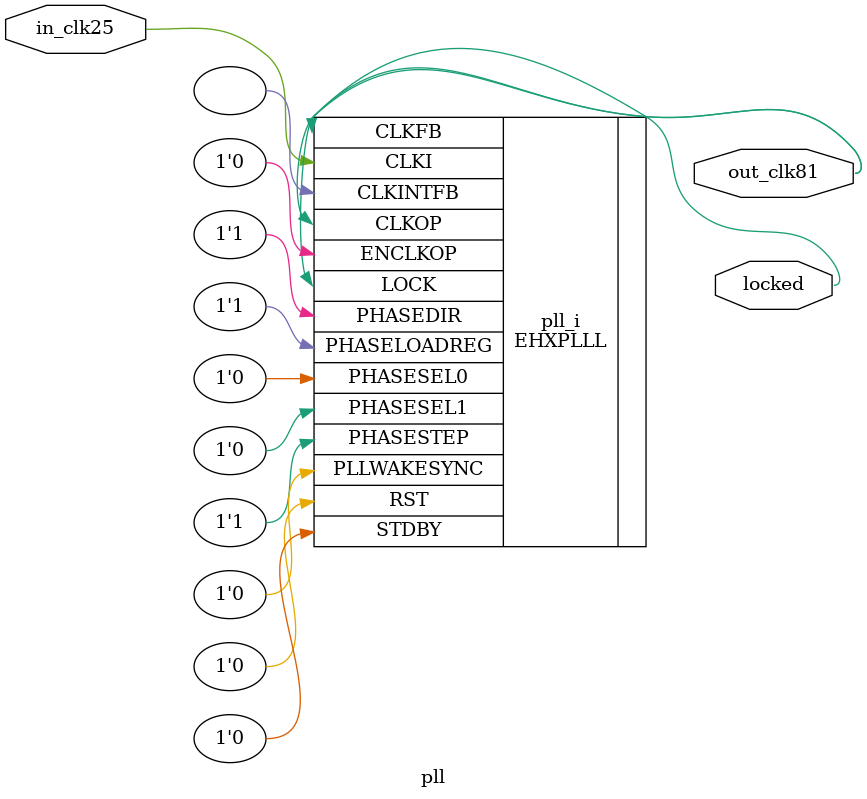
<source format=v>
module pll
(
    input in_clk25, // 25 MHz, 0 deg
    output out_clk81, // 81.25 MHz, 0 deg
    output locked
);
(* FREQUENCY_PIN_CLKI="25" *)
(* FREQUENCY_PIN_CLKOP="81.25" *)
(* ICP_CURRENT="12" *) (* LPF_RESISTOR="8" *) (* MFG_ENABLE_FILTEROPAMP="1" *) (* MFG_GMCREF_SEL="2" *)
EHXPLLL #(
        .PLLRST_ENA("DISABLED"),
        .INTFB_WAKE("DISABLED"),
        .STDBY_ENABLE("DISABLED"),
        .DPHASE_SOURCE("DISABLED"),
        .OUTDIVIDER_MUXA("DIVA"),
        .OUTDIVIDER_MUXB("DIVB"),
        .OUTDIVIDER_MUXC("DIVC"),
        .OUTDIVIDER_MUXD("DIVD"),
        .CLKI_DIV(4),
        .CLKOP_ENABLE("ENABLED"),
        .CLKOP_DIV(7),
        .CLKOP_CPHASE(3),
        .CLKOP_FPHASE(0),
        .FEEDBK_PATH("CLKOP"),
        .CLKFB_DIV(13)
    ) pll_i (
        .RST(1'b0),
        .STDBY(1'b0),
        .CLKI(in_clk25),
        .CLKOP(out_clk81),
        .CLKFB(out_clk81),
        .CLKINTFB(),
        .PHASESEL0(1'b0),
        .PHASESEL1(1'b0),
        .PHASEDIR(1'b1),
        .PHASESTEP(1'b1),
        .PHASELOADREG(1'b1),
        .PLLWAKESYNC(1'b0),
        .ENCLKOP(1'b0),
        .LOCK(locked)
	);
endmodule

</source>
